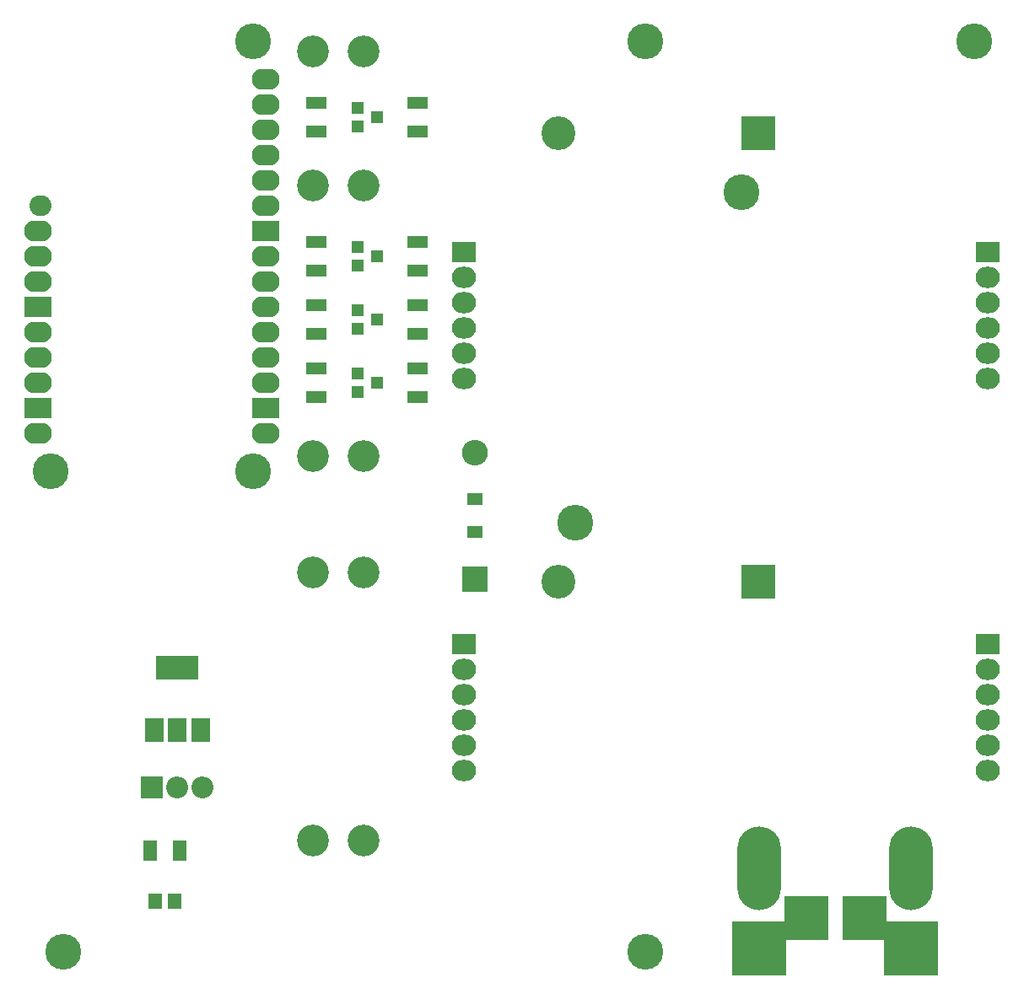
<source format=gts>
G04 #@! TF.FileFunction,Soldermask,Top*
%FSLAX46Y46*%
G04 Gerber Fmt 4.6, Leading zero omitted, Abs format (unit mm)*
G04 Created by KiCad (PCBNEW 4.0.4-stable) date 12/14/17 11:03:47*
%MOMM*%
%LPD*%
G01*
G04 APERTURE LIST*
%ADD10C,0.250000*%
%ADD11C,3.600000*%
%ADD12R,2.800000X2.100000*%
%ADD13O,2.800000X2.100000*%
%ADD14O,2.200000X2.100000*%
%ADD15C,3.400000*%
%ADD16R,3.400000X3.400000*%
%ADD17R,1.400000X2.000000*%
%ADD18R,1.400000X1.650000*%
%ADD19R,2.600000X2.600000*%
%ADD20O,2.600000X2.600000*%
%ADD21O,4.400000X8.400000*%
%ADD22R,5.400000X5.400000*%
%ADD23R,4.400000X4.400000*%
%ADD24O,2.432000X2.127200*%
%ADD25R,2.432000X2.127200*%
%ADD26C,3.200000*%
%ADD27R,1.300000X1.200000*%
%ADD28R,2.100000X1.300000*%
%ADD29R,2.200000X2.200000*%
%ADD30O,2.200000X2.200000*%
%ADD31R,1.600000X1.300000*%
%ADD32R,4.200000X2.400000*%
%ADD33R,1.900000X2.400000*%
G04 APERTURE END LIST*
D10*
D11*
X135890000Y-67310000D03*
X135890000Y-158750000D03*
X77470000Y-158750000D03*
D12*
X97790000Y-104140000D03*
D13*
X97790000Y-101600000D03*
X97790000Y-99060000D03*
X97790000Y-96520000D03*
X97790000Y-93980000D03*
D14*
X75180000Y-83820000D03*
D13*
X97790000Y-91440000D03*
X74930000Y-86360000D03*
X97790000Y-88900000D03*
X74930000Y-88900000D03*
D12*
X97790000Y-86360000D03*
D13*
X74930000Y-91440000D03*
X97790000Y-83820000D03*
D12*
X74930000Y-93980000D03*
D13*
X97790000Y-81280000D03*
X74930000Y-96520000D03*
X97790000Y-78740000D03*
X74930000Y-99060000D03*
X97790000Y-76200000D03*
X74930000Y-101600000D03*
X97790000Y-73660000D03*
D12*
X74930000Y-104140000D03*
D13*
X97790000Y-71120000D03*
X74930000Y-106680000D03*
X97790000Y-106680000D03*
D11*
X96520000Y-67310000D03*
X96520000Y-110490000D03*
X76200000Y-110490000D03*
X128840000Y-115650000D03*
X145480000Y-82470000D03*
D15*
X127160000Y-121560000D03*
D16*
X147160000Y-121560000D03*
X147160000Y-76560000D03*
D15*
X127160000Y-76560000D03*
D17*
X89130000Y-148590000D03*
X86130000Y-148590000D03*
D18*
X88630000Y-153670000D03*
X86630000Y-153670000D03*
D19*
X118745000Y-121285000D03*
D20*
X118745000Y-108585000D03*
D21*
X162560000Y-150400000D03*
D22*
X162560000Y-158400000D03*
D23*
X157860000Y-155400000D03*
D24*
X117625000Y-101175000D03*
X117625000Y-98635000D03*
X117625000Y-96095000D03*
X117625000Y-93555000D03*
X117625000Y-91015000D03*
D25*
X117625000Y-88475000D03*
D26*
X102455980Y-68336160D03*
X107535980Y-68336160D03*
X102453440Y-81798160D03*
X107533440Y-81798160D03*
X102453440Y-108976160D03*
X107533440Y-108976160D03*
X102453440Y-120660160D03*
X107533440Y-120660160D03*
X102453440Y-147584160D03*
X107533440Y-147584160D03*
D24*
X117625000Y-140550000D03*
X117625000Y-138010000D03*
X117625000Y-135470000D03*
X117625000Y-132930000D03*
X117625000Y-130390000D03*
D25*
X117625000Y-127850000D03*
D24*
X170200000Y-101175000D03*
X170200000Y-98635000D03*
X170200000Y-96095000D03*
X170200000Y-93555000D03*
X170200000Y-91015000D03*
D25*
X170200000Y-88475000D03*
D24*
X170200000Y-140525000D03*
X170200000Y-137985000D03*
X170200000Y-135445000D03*
X170200000Y-132905000D03*
X170200000Y-130365000D03*
D25*
X170200000Y-127825000D03*
D27*
X106950000Y-100650000D03*
X106950000Y-102550000D03*
X108950000Y-101600000D03*
X106950000Y-94300000D03*
X106950000Y-96200000D03*
X108950000Y-95250000D03*
X106950000Y-87950000D03*
X106950000Y-89850000D03*
X108950000Y-88900000D03*
X106950000Y-73980000D03*
X106950000Y-75880000D03*
X108950000Y-74930000D03*
D28*
X102870000Y-100150000D03*
X102870000Y-103050000D03*
X102870000Y-93800000D03*
X102870000Y-96700000D03*
X102870000Y-87450000D03*
X102870000Y-90350000D03*
X102870000Y-73480000D03*
X102870000Y-76380000D03*
X113030000Y-100150000D03*
X113030000Y-103050000D03*
X113030000Y-93800000D03*
X113030000Y-96700000D03*
X113030000Y-87450000D03*
X113030000Y-90350000D03*
X113030000Y-73480000D03*
X113030000Y-76380000D03*
D29*
X86360000Y-142240000D03*
D30*
X88900000Y-142240000D03*
X91440000Y-142240000D03*
D31*
X118745000Y-116585000D03*
X118745000Y-113285000D03*
D32*
X88900000Y-130200000D03*
D33*
X88900000Y-136500000D03*
X91200000Y-136500000D03*
X86600000Y-136500000D03*
D21*
X147320000Y-150400000D03*
D22*
X147320000Y-158400000D03*
D23*
X152020000Y-155400000D03*
D11*
X168910000Y-67310000D03*
M02*

</source>
